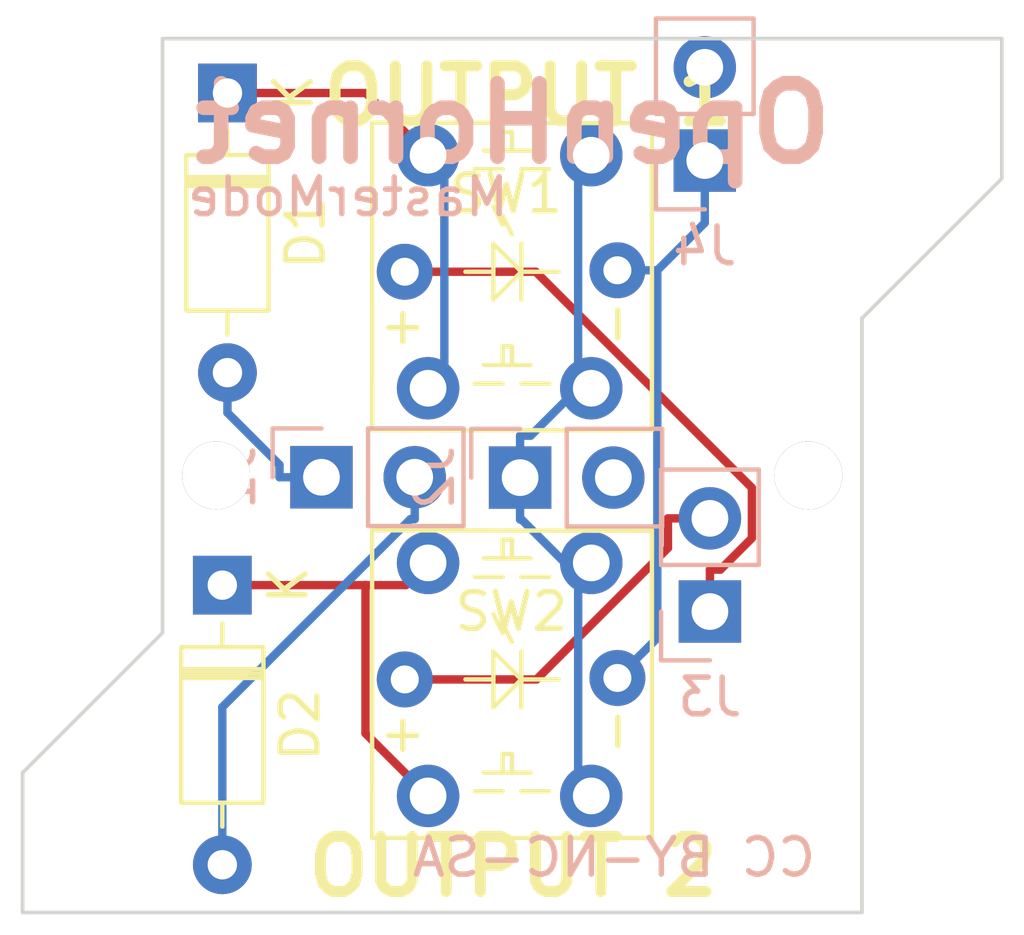
<source format=kicad_pcb>
(kicad_pcb (version 20171130) (host pcbnew "(5.1.5-0-10_14)")

  (general
    (thickness 1.6)
    (drawings 13)
    (tracks 46)
    (zones 0)
    (modules 12)
    (nets 11)
  )

  (page A4)
  (layers
    (0 F.Cu signal)
    (31 B.Cu signal)
    (32 B.Adhes user)
    (33 F.Adhes user)
    (34 B.Paste user)
    (35 F.Paste user)
    (36 B.SilkS user)
    (37 F.SilkS user)
    (38 B.Mask user hide)
    (39 F.Mask user hide)
    (40 Dwgs.User user)
    (41 Cmts.User user)
    (42 Eco1.User user)
    (43 Eco2.User user)
    (44 Edge.Cuts user)
    (45 Margin user)
    (46 B.CrtYd user hide)
    (47 F.CrtYd user hide)
    (48 B.Fab user hide)
    (49 F.Fab user hide)
  )

  (setup
    (last_trace_width 0.2286)
    (user_trace_width 0.6096)
    (trace_clearance 0.1778)
    (zone_clearance 0.508)
    (zone_45_only no)
    (trace_min 0.2)
    (via_size 0.6)
    (via_drill 0.4)
    (via_min_size 0.4)
    (via_min_drill 0.3)
    (uvia_size 0.3)
    (uvia_drill 0.1)
    (uvias_allowed no)
    (uvia_min_size 0.2)
    (uvia_min_drill 0.1)
    (edge_width 0.15)
    (segment_width 0.2)
    (pcb_text_width 0.3)
    (pcb_text_size 1.5 1.5)
    (mod_edge_width 0.15)
    (mod_text_size 1 1)
    (mod_text_width 0.15)
    (pad_size 0.6 0.6)
    (pad_drill 0.4)
    (pad_to_mask_clearance 0.2)
    (aux_axis_origin 144.74648 106.74748)
    (grid_origin 144.74648 106.74748)
    (visible_elements 7FFFFFFF)
    (pcbplotparams
      (layerselection 0x010f0_ffffffff)
      (usegerberextensions false)
      (usegerberattributes false)
      (usegerberadvancedattributes false)
      (creategerberjobfile false)
      (excludeedgelayer true)
      (linewidth 0.100000)
      (plotframeref false)
      (viasonmask false)
      (mode 1)
      (useauxorigin false)
      (hpglpennumber 1)
      (hpglpenspeed 20)
      (hpglpendiameter 15.000000)
      (psnegative false)
      (psa4output false)
      (plotreference true)
      (plotvalue true)
      (plotinvisibletext false)
      (padsonsilk false)
      (subtractmaskfromsilk false)
      (outputformat 1)
      (mirror false)
      (drillshape 0)
      (scaleselection 1)
      (outputdirectory "manufacturing/gerber/"))
  )

  (net 0 "")
  (net 1 "Net-(D1-Pad1)")
  (net 2 "Net-(D1-Pad2)")
  (net 3 "Net-(D2-Pad2)")
  (net 4 "Net-(D2-Pad1)")
  (net 5 "Net-(J2-Pad2)")
  (net 6 "Net-(J2-Pad1)")
  (net 7 "Net-(J3-Pad2)")
  (net 8 "Net-(J3-Pad1)")
  (net 9 "Net-(J4-Pad2)")
  (net 10 "Net-(J4-Pad1)")

  (net_class Default "This is the default net class."
    (clearance 0.1778)
    (trace_width 0.2286)
    (via_dia 0.6)
    (via_drill 0.4)
    (uvia_dia 0.3)
    (uvia_drill 0.1)
    (add_net "Net-(D1-Pad1)")
    (add_net "Net-(D1-Pad2)")
    (add_net "Net-(D2-Pad1)")
    (add_net "Net-(D2-Pad2)")
    (add_net "Net-(J2-Pad1)")
    (add_net "Net-(J2-Pad2)")
    (add_net "Net-(J3-Pad1)")
    (add_net "Net-(J3-Pad2)")
    (add_net "Net-(J4-Pad1)")
    (add_net "Net-(J4-Pad2)")
  )

  (net_class power ""
    (clearance 0.2032)
    (trace_width 0.381)
    (via_dia 0.6)
    (via_drill 0.4)
    (uvia_dia 0.3)
    (uvia_drill 0.1)
  )

  (module Connector_PinHeader_2.54mm:PinHeader_1x02_P2.54mm_Vertical (layer B.Cu) (tedit 59FED5CC) (tstamp 5EE57CE3)
    (at 140.466 86.2575)
    (descr "Through hole straight pin header, 1x02, 2.54mm pitch, single row")
    (tags "Through hole pin header THT 1x02 2.54mm single row")
    (path /5EE63788)
    (fp_text reference J4 (at 0 2.33) (layer B.SilkS)
      (effects (font (size 1 1) (thickness 0.15)) (justify mirror))
    )
    (fp_text value Conn_01x02_Female (at 0 -4.87) (layer B.Fab)
      (effects (font (size 1 1) (thickness 0.15)) (justify mirror))
    )
    (fp_text user %R (at 0 -1.27 -90) (layer B.Fab)
      (effects (font (size 1 1) (thickness 0.15)) (justify mirror))
    )
    (fp_line (start 1.8 1.8) (end -1.8 1.8) (layer B.CrtYd) (width 0.05))
    (fp_line (start 1.8 -4.35) (end 1.8 1.8) (layer B.CrtYd) (width 0.05))
    (fp_line (start -1.8 -4.35) (end 1.8 -4.35) (layer B.CrtYd) (width 0.05))
    (fp_line (start -1.8 1.8) (end -1.8 -4.35) (layer B.CrtYd) (width 0.05))
    (fp_line (start -1.33 1.33) (end 0 1.33) (layer B.SilkS) (width 0.12))
    (fp_line (start -1.33 0) (end -1.33 1.33) (layer B.SilkS) (width 0.12))
    (fp_line (start -1.33 -1.27) (end 1.33 -1.27) (layer B.SilkS) (width 0.12))
    (fp_line (start 1.33 -1.27) (end 1.33 -3.87) (layer B.SilkS) (width 0.12))
    (fp_line (start -1.33 -1.27) (end -1.33 -3.87) (layer B.SilkS) (width 0.12))
    (fp_line (start -1.33 -3.87) (end 1.33 -3.87) (layer B.SilkS) (width 0.12))
    (fp_line (start -1.27 0.635) (end -0.635 1.27) (layer B.Fab) (width 0.1))
    (fp_line (start -1.27 -3.81) (end -1.27 0.635) (layer B.Fab) (width 0.1))
    (fp_line (start 1.27 -3.81) (end -1.27 -3.81) (layer B.Fab) (width 0.1))
    (fp_line (start 1.27 1.27) (end 1.27 -3.81) (layer B.Fab) (width 0.1))
    (fp_line (start -0.635 1.27) (end 1.27 1.27) (layer B.Fab) (width 0.1))
    (pad 2 thru_hole oval (at 0 -2.54) (size 1.7 1.7) (drill 1) (layers *.Cu *.Mask)
      (net 9 "Net-(J4-Pad2)"))
    (pad 1 thru_hole rect (at 0 0) (size 1.7 1.7) (drill 1) (layers *.Cu *.Mask)
      (net 10 "Net-(J4-Pad1)"))
    (model ${KISYS3DMOD}/Connector_PinHeader_2.54mm.3dshapes/PinHeader_1x02_P2.54mm_Vertical.wrl
      (at (xyz 0 0 0))
      (scale (xyz 1 1 1))
      (rotate (xyz 0 0 0))
    )
  )

  (module Connector_PinHeader_2.54mm:PinHeader_1x02_P2.54mm_Vertical (layer B.Cu) (tedit 59FED5CC) (tstamp 5EE57CBF)
    (at 140.606 98.5475)
    (descr "Through hole straight pin header, 1x02, 2.54mm pitch, single row")
    (tags "Through hole pin header THT 1x02 2.54mm single row")
    (path /5EE6322E)
    (fp_text reference J3 (at 0 2.33) (layer B.SilkS)
      (effects (font (size 1 1) (thickness 0.15)) (justify mirror))
    )
    (fp_text value Conn_01x02_Female (at 0 -4.87) (layer B.Fab)
      (effects (font (size 1 1) (thickness 0.15)) (justify mirror))
    )
    (fp_text user %R (at 0 -1.27 -90) (layer B.Fab)
      (effects (font (size 1 1) (thickness 0.15)) (justify mirror))
    )
    (fp_line (start 1.8 1.8) (end -1.8 1.8) (layer B.CrtYd) (width 0.05))
    (fp_line (start 1.8 -4.35) (end 1.8 1.8) (layer B.CrtYd) (width 0.05))
    (fp_line (start -1.8 -4.35) (end 1.8 -4.35) (layer B.CrtYd) (width 0.05))
    (fp_line (start -1.8 1.8) (end -1.8 -4.35) (layer B.CrtYd) (width 0.05))
    (fp_line (start -1.33 1.33) (end 0 1.33) (layer B.SilkS) (width 0.12))
    (fp_line (start -1.33 0) (end -1.33 1.33) (layer B.SilkS) (width 0.12))
    (fp_line (start -1.33 -1.27) (end 1.33 -1.27) (layer B.SilkS) (width 0.12))
    (fp_line (start 1.33 -1.27) (end 1.33 -3.87) (layer B.SilkS) (width 0.12))
    (fp_line (start -1.33 -1.27) (end -1.33 -3.87) (layer B.SilkS) (width 0.12))
    (fp_line (start -1.33 -3.87) (end 1.33 -3.87) (layer B.SilkS) (width 0.12))
    (fp_line (start -1.27 0.635) (end -0.635 1.27) (layer B.Fab) (width 0.1))
    (fp_line (start -1.27 -3.81) (end -1.27 0.635) (layer B.Fab) (width 0.1))
    (fp_line (start 1.27 -3.81) (end -1.27 -3.81) (layer B.Fab) (width 0.1))
    (fp_line (start 1.27 1.27) (end 1.27 -3.81) (layer B.Fab) (width 0.1))
    (fp_line (start -0.635 1.27) (end 1.27 1.27) (layer B.Fab) (width 0.1))
    (pad 2 thru_hole oval (at 0 -2.54) (size 1.7 1.7) (drill 1) (layers *.Cu *.Mask)
      (net 7 "Net-(J3-Pad2)"))
    (pad 1 thru_hole rect (at 0 0) (size 1.7 1.7) (drill 1) (layers *.Cu *.Mask)
      (net 8 "Net-(J3-Pad1)"))
    (model ${KISYS3DMOD}/Connector_PinHeader_2.54mm.3dshapes/PinHeader_1x02_P2.54mm_Vertical.wrl
      (at (xyz 0 0 0))
      (scale (xyz 1 1 1))
      (rotate (xyz 0 0 0))
    )
  )

  (module Connector_PinHeader_2.54mm:PinHeader_1x02_P2.54mm_Vertical (layer B.Cu) (tedit 59FED5CC) (tstamp 5EE57C9B)
    (at 135.436 94.8975 270)
    (descr "Through hole straight pin header, 1x02, 2.54mm pitch, single row")
    (tags "Through hole pin header THT 1x02 2.54mm single row")
    (path /5EE6287D)
    (fp_text reference J2 (at 0 2.33 270) (layer B.SilkS)
      (effects (font (size 1 1) (thickness 0.15)) (justify mirror))
    )
    (fp_text value Conn_01x02_Female (at 0 -4.87 270) (layer B.Fab)
      (effects (font (size 1 1) (thickness 0.15)) (justify mirror))
    )
    (fp_text user %R (at 0 -1.27) (layer B.Fab)
      (effects (font (size 1 1) (thickness 0.15)) (justify mirror))
    )
    (fp_line (start 1.8 1.8) (end -1.8 1.8) (layer B.CrtYd) (width 0.05))
    (fp_line (start 1.8 -4.35) (end 1.8 1.8) (layer B.CrtYd) (width 0.05))
    (fp_line (start -1.8 -4.35) (end 1.8 -4.35) (layer B.CrtYd) (width 0.05))
    (fp_line (start -1.8 1.8) (end -1.8 -4.35) (layer B.CrtYd) (width 0.05))
    (fp_line (start -1.33 1.33) (end 0 1.33) (layer B.SilkS) (width 0.12))
    (fp_line (start -1.33 0) (end -1.33 1.33) (layer B.SilkS) (width 0.12))
    (fp_line (start -1.33 -1.27) (end 1.33 -1.27) (layer B.SilkS) (width 0.12))
    (fp_line (start 1.33 -1.27) (end 1.33 -3.87) (layer B.SilkS) (width 0.12))
    (fp_line (start -1.33 -1.27) (end -1.33 -3.87) (layer B.SilkS) (width 0.12))
    (fp_line (start -1.33 -3.87) (end 1.33 -3.87) (layer B.SilkS) (width 0.12))
    (fp_line (start -1.27 0.635) (end -0.635 1.27) (layer B.Fab) (width 0.1))
    (fp_line (start -1.27 -3.81) (end -1.27 0.635) (layer B.Fab) (width 0.1))
    (fp_line (start 1.27 -3.81) (end -1.27 -3.81) (layer B.Fab) (width 0.1))
    (fp_line (start 1.27 1.27) (end 1.27 -3.81) (layer B.Fab) (width 0.1))
    (fp_line (start -0.635 1.27) (end 1.27 1.27) (layer B.Fab) (width 0.1))
    (pad 2 thru_hole oval (at 0 -2.54 270) (size 1.7 1.7) (drill 1) (layers *.Cu *.Mask)
      (net 5 "Net-(J2-Pad2)"))
    (pad 1 thru_hole rect (at 0 0 270) (size 1.7 1.7) (drill 1) (layers *.Cu *.Mask)
      (net 6 "Net-(J2-Pad1)"))
    (model ${KISYS3DMOD}/Connector_PinHeader_2.54mm.3dshapes/PinHeader_1x02_P2.54mm_Vertical.wrl
      (at (xyz 0 0 0))
      (scale (xyz 1 1 1))
      (rotate (xyz 0 0 0))
    )
  )

  (module Connector_PinHeader_2.54mm:PinHeader_1x02_P2.54mm_Vertical (layer B.Cu) (tedit 59FED5CC) (tstamp 5EE57C77)
    (at 130.026 94.8875 270)
    (descr "Through hole straight pin header, 1x02, 2.54mm pitch, single row")
    (tags "Through hole pin header THT 1x02 2.54mm single row")
    (path /5EE61859)
    (fp_text reference J1 (at 0 2.33 270) (layer B.SilkS)
      (effects (font (size 1 1) (thickness 0.15)) (justify mirror))
    )
    (fp_text value Conn_01x02_Female (at 0 -4.87 270) (layer B.Fab)
      (effects (font (size 1 1) (thickness 0.15)) (justify mirror))
    )
    (fp_text user %R (at 0 -1.27) (layer B.Fab)
      (effects (font (size 1 1) (thickness 0.15)) (justify mirror))
    )
    (fp_line (start 1.8 1.8) (end -1.8 1.8) (layer B.CrtYd) (width 0.05))
    (fp_line (start 1.8 -4.35) (end 1.8 1.8) (layer B.CrtYd) (width 0.05))
    (fp_line (start -1.8 -4.35) (end 1.8 -4.35) (layer B.CrtYd) (width 0.05))
    (fp_line (start -1.8 1.8) (end -1.8 -4.35) (layer B.CrtYd) (width 0.05))
    (fp_line (start -1.33 1.33) (end 0 1.33) (layer B.SilkS) (width 0.12))
    (fp_line (start -1.33 0) (end -1.33 1.33) (layer B.SilkS) (width 0.12))
    (fp_line (start -1.33 -1.27) (end 1.33 -1.27) (layer B.SilkS) (width 0.12))
    (fp_line (start 1.33 -1.27) (end 1.33 -3.87) (layer B.SilkS) (width 0.12))
    (fp_line (start -1.33 -1.27) (end -1.33 -3.87) (layer B.SilkS) (width 0.12))
    (fp_line (start -1.33 -3.87) (end 1.33 -3.87) (layer B.SilkS) (width 0.12))
    (fp_line (start -1.27 0.635) (end -0.635 1.27) (layer B.Fab) (width 0.1))
    (fp_line (start -1.27 -3.81) (end -1.27 0.635) (layer B.Fab) (width 0.1))
    (fp_line (start 1.27 -3.81) (end -1.27 -3.81) (layer B.Fab) (width 0.1))
    (fp_line (start 1.27 1.27) (end 1.27 -3.81) (layer B.Fab) (width 0.1))
    (fp_line (start -0.635 1.27) (end 1.27 1.27) (layer B.Fab) (width 0.1))
    (pad 2 thru_hole oval (at 0 -2.54 270) (size 1.7 1.7) (drill 1) (layers *.Cu *.Mask)
      (net 3 "Net-(D2-Pad2)"))
    (pad 1 thru_hole rect (at 0 0 270) (size 1.7 1.7) (drill 1) (layers *.Cu *.Mask)
      (net 2 "Net-(D1-Pad2)"))
    (model ${KISYS3DMOD}/Connector_PinHeader_2.54mm.3dshapes/PinHeader_1x02_P2.54mm_Vertical.wrl
      (at (xyz 0 0 0))
      (scale (xyz 1 1 1))
      (rotate (xyz 0 0 0))
    )
  )

  (module PT_Library_v001:PT_Small_Tactile_Switch_With_LED (layer F.Cu) (tedit 5EE4152B) (tstamp 5A9A0E10)
    (at 135.216 100.397 90)
    (path /5A8A41DA)
    (fp_text reference SW2 (at 1.85 -0.02) (layer F.SilkS)
      (effects (font (size 1 1) (thickness 0.15)))
    )
    (fp_text value push (at 0 -0.5 90) (layer F.Fab)
      (effects (font (size 1 1) (thickness 0.15)))
    )
    (fp_line (start -4.318 -3.81) (end -3.048 -3.81) (layer F.SilkS) (width 0.12))
    (fp_line (start -4.32 3.81) (end -4.318 -3.81) (layer F.SilkS) (width 0.12))
    (fp_line (start 4.07 3.81) (end -4.312 3.81) (layer F.SilkS) (width 0.12))
    (fp_line (start 4.064 -3.81) (end 4.05 3.81) (layer F.SilkS) (width 0.12))
    (fp_line (start -4.064 -3.81) (end 4.064 -3.81) (layer F.SilkS) (width 0.12))
    (fp_text user - (at -1.42 2.81 90) (layer F.SilkS)
      (effects (font (size 1 1) (thickness 0.15)))
    )
    (fp_line (start 3.81 0) (end 3.302 0) (layer F.SilkS) (width 0.12))
    (fp_line (start 2.794 -1.016) (end 2.794 -0.254) (layer F.SilkS) (width 0.12))
    (fp_line (start 3.81 -0.254) (end 3.81 0) (layer F.SilkS) (width 0.12))
    (fp_line (start 3.302 -0.762) (end 3.302 0.508) (layer F.SilkS) (width 0.12))
    (fp_line (start 2.794 0.254) (end 2.794 1.016) (layer F.SilkS) (width 0.12))
    (fp_line (start 3.302 -0.254) (end 3.81 -0.254) (layer F.SilkS) (width 0.12))
    (fp_line (start -2.032 0) (end -2.54 0) (layer F.SilkS) (width 0.12))
    (fp_line (start -2.032 -0.254) (end -2.032 0) (layer F.SilkS) (width 0.12))
    (fp_line (start -2.54 -0.254) (end -2.032 -0.254) (layer F.SilkS) (width 0.12))
    (fp_line (start -2.54 -0.762) (end -2.54 0.508) (layer F.SilkS) (width 0.12))
    (fp_line (start -3.048 0.254) (end -3.048 1.016) (layer F.SilkS) (width 0.12))
    (fp_line (start -3.048 -1.016) (end -3.048 -0.254) (layer F.SilkS) (width 0.12))
    (fp_line (start 1.524 -0.254) (end 1.016 0) (layer F.SilkS) (width 0.12))
    (fp_line (start 1.27 -0.254) (end 1.524 -0.254) (layer F.SilkS) (width 0.12))
    (fp_line (start 1.778 -0.508) (end 1.27 -0.254) (layer F.SilkS) (width 0.12))
    (fp_line (start 0 0.254) (end 0 1.27) (layer F.SilkS) (width 0.12))
    (fp_line (start -0.762 0.254) (end 0 0.254) (layer F.SilkS) (width 0.12))
    (fp_line (start 0.762 0.254) (end -0.762 0.254) (layer F.SilkS) (width 0.12))
    (fp_line (start -0.762 -0.508) (end 0 -0.508) (layer F.SilkS) (width 0.12))
    (fp_line (start 0 0.254) (end -0.762 -0.508) (layer F.SilkS) (width 0.12))
    (fp_line (start 0.762 -0.508) (end 0 0.254) (layer F.SilkS) (width 0.12))
    (fp_line (start 0 -0.508) (end 0.762 -0.508) (layer F.SilkS) (width 0.12))
    (fp_line (start 0 -1.27) (end 0 -0.508) (layer F.SilkS) (width 0.12))
    (fp_text user + (at -1.524 -3.048 90) (layer F.SilkS)
      (effects (font (size 1 1) (thickness 0.15)))
    )
    (pad 6 thru_hole circle (at 0.04 2.87 90) (size 1.524 1.524) (drill 0.762) (layers *.Cu *.Mask)
      (net 10 "Net-(J4-Pad1)"))
    (pad 5 thru_hole circle (at 0 -2.921 90) (size 1.524 1.524) (drill 0.762) (layers *.Cu *.Mask)
      (net 7 "Net-(J3-Pad2)"))
    (pad 4 thru_hole circle (at 3.175 2.159 90) (size 1.7 1.7) (drill 1) (layers *.Cu *.Mask)
      (net 6 "Net-(J2-Pad1)"))
    (pad 3 thru_hole circle (at -3.175 2.159 90) (size 1.7 1.7) (drill 1) (layers *.Cu *.Mask)
      (net 6 "Net-(J2-Pad1)"))
    (pad 2 thru_hole circle (at 3.175 -2.286 90) (size 1.7 1.7) (drill 1) (layers *.Cu *.Mask)
      (net 4 "Net-(D2-Pad1)"))
    (pad 1 thru_hole circle (at -3.175 -2.286 90) (size 1.7 1.7) (drill 1) (layers *.Cu *.Mask)
      (net 4 "Net-(D2-Pad1)"))
  )

  (module PT_Library_v001:PT_Small_Tactile_Switch_With_LED (layer F.Cu) (tedit 5EE4152B) (tstamp 5A7BFA59)
    (at 135.216 89.2875 90)
    (path /5A7BCF73)
    (fp_text reference SW1 (at 2.12 -0.16) (layer F.SilkS)
      (effects (font (size 1 1) (thickness 0.15)))
    )
    (fp_text value push (at 0 -0.5 90) (layer F.Fab)
      (effects (font (size 1 1) (thickness 0.15)))
    )
    (fp_line (start -4.318 -3.81) (end -3.048 -3.81) (layer F.SilkS) (width 0.12))
    (fp_line (start -4.32 3.81) (end -4.318 -3.81) (layer F.SilkS) (width 0.12))
    (fp_line (start 4.07 3.81) (end -4.312 3.81) (layer F.SilkS) (width 0.12))
    (fp_line (start 4.064 -3.81) (end 4.05 3.81) (layer F.SilkS) (width 0.12))
    (fp_line (start -4.064 -3.81) (end 4.064 -3.81) (layer F.SilkS) (width 0.12))
    (fp_text user - (at -1.42 2.81 90) (layer F.SilkS)
      (effects (font (size 1 1) (thickness 0.15)))
    )
    (fp_line (start 3.81 0) (end 3.302 0) (layer F.SilkS) (width 0.12))
    (fp_line (start 2.794 -1.016) (end 2.794 -0.254) (layer F.SilkS) (width 0.12))
    (fp_line (start 3.81 -0.254) (end 3.81 0) (layer F.SilkS) (width 0.12))
    (fp_line (start 3.302 -0.762) (end 3.302 0.508) (layer F.SilkS) (width 0.12))
    (fp_line (start 2.794 0.254) (end 2.794 1.016) (layer F.SilkS) (width 0.12))
    (fp_line (start 3.302 -0.254) (end 3.81 -0.254) (layer F.SilkS) (width 0.12))
    (fp_line (start -2.032 0) (end -2.54 0) (layer F.SilkS) (width 0.12))
    (fp_line (start -2.032 -0.254) (end -2.032 0) (layer F.SilkS) (width 0.12))
    (fp_line (start -2.54 -0.254) (end -2.032 -0.254) (layer F.SilkS) (width 0.12))
    (fp_line (start -2.54 -0.762) (end -2.54 0.508) (layer F.SilkS) (width 0.12))
    (fp_line (start -3.048 0.254) (end -3.048 1.016) (layer F.SilkS) (width 0.12))
    (fp_line (start -3.048 -1.016) (end -3.048 -0.254) (layer F.SilkS) (width 0.12))
    (fp_line (start 1.524 -0.254) (end 1.016 0) (layer F.SilkS) (width 0.12))
    (fp_line (start 1.27 -0.254) (end 1.524 -0.254) (layer F.SilkS) (width 0.12))
    (fp_line (start 1.778 -0.508) (end 1.27 -0.254) (layer F.SilkS) (width 0.12))
    (fp_line (start 0 0.254) (end 0 1.27) (layer F.SilkS) (width 0.12))
    (fp_line (start -0.762 0.254) (end 0 0.254) (layer F.SilkS) (width 0.12))
    (fp_line (start 0.762 0.254) (end -0.762 0.254) (layer F.SilkS) (width 0.12))
    (fp_line (start -0.762 -0.508) (end 0 -0.508) (layer F.SilkS) (width 0.12))
    (fp_line (start 0 0.254) (end -0.762 -0.508) (layer F.SilkS) (width 0.12))
    (fp_line (start 0.762 -0.508) (end 0 0.254) (layer F.SilkS) (width 0.12))
    (fp_line (start 0 -0.508) (end 0.762 -0.508) (layer F.SilkS) (width 0.12))
    (fp_line (start 0 -1.27) (end 0 -0.508) (layer F.SilkS) (width 0.12))
    (fp_text user + (at -1.524 -3.048 90) (layer F.SilkS)
      (effects (font (size 1 1) (thickness 0.15)))
    )
    (pad 6 thru_hole circle (at 0.04 2.87 90) (size 1.524 1.524) (drill 0.762) (layers *.Cu *.Mask)
      (net 10 "Net-(J4-Pad1)"))
    (pad 5 thru_hole circle (at 0 -2.921 90) (size 1.524 1.524) (drill 0.762) (layers *.Cu *.Mask)
      (net 8 "Net-(J3-Pad1)"))
    (pad 4 thru_hole circle (at 3.175 2.159 90) (size 1.7 1.7) (drill 1) (layers *.Cu *.Mask)
      (net 6 "Net-(J2-Pad1)"))
    (pad 3 thru_hole circle (at -3.175 2.159 90) (size 1.7 1.7) (drill 1) (layers *.Cu *.Mask)
      (net 6 "Net-(J2-Pad1)"))
    (pad 2 thru_hole circle (at 3.175 -2.286 90) (size 1.7 1.7) (drill 1) (layers *.Cu *.Mask)
      (net 1 "Net-(D1-Pad1)"))
    (pad 1 thru_hole circle (at -3.175 -2.286 90) (size 1.7 1.7) (drill 1) (layers *.Cu *.Mask)
      (net 1 "Net-(D1-Pad1)"))
  )

  (module Diode_THT:D_DO-35_SOD27_P7.62mm_Horizontal (layer F.Cu) (tedit 5AE50CD5) (tstamp 5EE57C53)
    (at 127.326 97.8275 270)
    (descr "Diode, DO-35_SOD27 series, Axial, Horizontal, pin pitch=7.62mm, , length*diameter=4*2mm^2, , http://www.diodes.com/_files/packages/DO-35.pdf")
    (tags "Diode DO-35_SOD27 series Axial Horizontal pin pitch 7.62mm  length 4mm diameter 2mm")
    (path /5EE5E65E)
    (fp_text reference D2 (at 3.81 -2.12 90) (layer F.SilkS)
      (effects (font (size 1 1) (thickness 0.15)))
    )
    (fp_text value 1N4148 (at 3.81 2.12 90) (layer F.Fab)
      (effects (font (size 1 1) (thickness 0.15)))
    )
    (fp_text user K (at 0 -1.8 90) (layer F.SilkS)
      (effects (font (size 1 1) (thickness 0.15)))
    )
    (fp_text user K (at 0 -1.8 90) (layer F.Fab)
      (effects (font (size 1 1) (thickness 0.15)))
    )
    (fp_text user %R (at 4.11 0 90) (layer F.Fab)
      (effects (font (size 0.8 0.8) (thickness 0.12)))
    )
    (fp_line (start 8.67 -1.25) (end -1.05 -1.25) (layer F.CrtYd) (width 0.05))
    (fp_line (start 8.67 1.25) (end 8.67 -1.25) (layer F.CrtYd) (width 0.05))
    (fp_line (start -1.05 1.25) (end 8.67 1.25) (layer F.CrtYd) (width 0.05))
    (fp_line (start -1.05 -1.25) (end -1.05 1.25) (layer F.CrtYd) (width 0.05))
    (fp_line (start 2.29 -1.12) (end 2.29 1.12) (layer F.SilkS) (width 0.12))
    (fp_line (start 2.53 -1.12) (end 2.53 1.12) (layer F.SilkS) (width 0.12))
    (fp_line (start 2.41 -1.12) (end 2.41 1.12) (layer F.SilkS) (width 0.12))
    (fp_line (start 6.58 0) (end 5.93 0) (layer F.SilkS) (width 0.12))
    (fp_line (start 1.04 0) (end 1.69 0) (layer F.SilkS) (width 0.12))
    (fp_line (start 5.93 -1.12) (end 1.69 -1.12) (layer F.SilkS) (width 0.12))
    (fp_line (start 5.93 1.12) (end 5.93 -1.12) (layer F.SilkS) (width 0.12))
    (fp_line (start 1.69 1.12) (end 5.93 1.12) (layer F.SilkS) (width 0.12))
    (fp_line (start 1.69 -1.12) (end 1.69 1.12) (layer F.SilkS) (width 0.12))
    (fp_line (start 2.31 -1) (end 2.31 1) (layer F.Fab) (width 0.1))
    (fp_line (start 2.51 -1) (end 2.51 1) (layer F.Fab) (width 0.1))
    (fp_line (start 2.41 -1) (end 2.41 1) (layer F.Fab) (width 0.1))
    (fp_line (start 7.62 0) (end 5.81 0) (layer F.Fab) (width 0.1))
    (fp_line (start 0 0) (end 1.81 0) (layer F.Fab) (width 0.1))
    (fp_line (start 5.81 -1) (end 1.81 -1) (layer F.Fab) (width 0.1))
    (fp_line (start 5.81 1) (end 5.81 -1) (layer F.Fab) (width 0.1))
    (fp_line (start 1.81 1) (end 5.81 1) (layer F.Fab) (width 0.1))
    (fp_line (start 1.81 -1) (end 1.81 1) (layer F.Fab) (width 0.1))
    (pad 2 thru_hole oval (at 7.62 0 270) (size 1.6 1.6) (drill 0.8) (layers *.Cu *.Mask)
      (net 3 "Net-(D2-Pad2)"))
    (pad 1 thru_hole rect (at 0 0 270) (size 1.6 1.6) (drill 0.8) (layers *.Cu *.Mask)
      (net 4 "Net-(D2-Pad1)"))
    (model ${KISYS3DMOD}/Diode_THT.3dshapes/D_DO-35_SOD27_P7.62mm_Horizontal.wrl
      (at (xyz 0 0 0))
      (scale (xyz 1 1 1))
      (rotate (xyz 0 0 0))
    )
  )

  (module Diode_THT:D_DO-35_SOD27_P7.62mm_Horizontal (layer F.Cu) (tedit 5AE50CD5) (tstamp 5EE57C34)
    (at 127.466 84.4175 270)
    (descr "Diode, DO-35_SOD27 series, Axial, Horizontal, pin pitch=7.62mm, , length*diameter=4*2mm^2, , http://www.diodes.com/_files/packages/DO-35.pdf")
    (tags "Diode DO-35_SOD27 series Axial Horizontal pin pitch 7.62mm  length 4mm diameter 2mm")
    (path /5EE5D209)
    (fp_text reference D1 (at 3.81 -2.12 90) (layer F.SilkS)
      (effects (font (size 1 1) (thickness 0.15)))
    )
    (fp_text value 1N4148 (at 3.81 2.12 90) (layer F.Fab)
      (effects (font (size 1 1) (thickness 0.15)))
    )
    (fp_text user K (at 0 -1.8 90) (layer F.SilkS)
      (effects (font (size 1 1) (thickness 0.15)))
    )
    (fp_text user K (at 0 -1.8 90) (layer F.Fab)
      (effects (font (size 1 1) (thickness 0.15)))
    )
    (fp_text user %R (at 4.11 0 90) (layer F.Fab)
      (effects (font (size 0.8 0.8) (thickness 0.12)))
    )
    (fp_line (start 8.67 -1.25) (end -1.05 -1.25) (layer F.CrtYd) (width 0.05))
    (fp_line (start 8.67 1.25) (end 8.67 -1.25) (layer F.CrtYd) (width 0.05))
    (fp_line (start -1.05 1.25) (end 8.67 1.25) (layer F.CrtYd) (width 0.05))
    (fp_line (start -1.05 -1.25) (end -1.05 1.25) (layer F.CrtYd) (width 0.05))
    (fp_line (start 2.29 -1.12) (end 2.29 1.12) (layer F.SilkS) (width 0.12))
    (fp_line (start 2.53 -1.12) (end 2.53 1.12) (layer F.SilkS) (width 0.12))
    (fp_line (start 2.41 -1.12) (end 2.41 1.12) (layer F.SilkS) (width 0.12))
    (fp_line (start 6.58 0) (end 5.93 0) (layer F.SilkS) (width 0.12))
    (fp_line (start 1.04 0) (end 1.69 0) (layer F.SilkS) (width 0.12))
    (fp_line (start 5.93 -1.12) (end 1.69 -1.12) (layer F.SilkS) (width 0.12))
    (fp_line (start 5.93 1.12) (end 5.93 -1.12) (layer F.SilkS) (width 0.12))
    (fp_line (start 1.69 1.12) (end 5.93 1.12) (layer F.SilkS) (width 0.12))
    (fp_line (start 1.69 -1.12) (end 1.69 1.12) (layer F.SilkS) (width 0.12))
    (fp_line (start 2.31 -1) (end 2.31 1) (layer F.Fab) (width 0.1))
    (fp_line (start 2.51 -1) (end 2.51 1) (layer F.Fab) (width 0.1))
    (fp_line (start 2.41 -1) (end 2.41 1) (layer F.Fab) (width 0.1))
    (fp_line (start 7.62 0) (end 5.81 0) (layer F.Fab) (width 0.1))
    (fp_line (start 0 0) (end 1.81 0) (layer F.Fab) (width 0.1))
    (fp_line (start 5.81 -1) (end 1.81 -1) (layer F.Fab) (width 0.1))
    (fp_line (start 5.81 1) (end 5.81 -1) (layer F.Fab) (width 0.1))
    (fp_line (start 1.81 1) (end 5.81 1) (layer F.Fab) (width 0.1))
    (fp_line (start 1.81 -1) (end 1.81 1) (layer F.Fab) (width 0.1))
    (pad 2 thru_hole oval (at 7.62 0 270) (size 1.6 1.6) (drill 0.8) (layers *.Cu *.Mask)
      (net 2 "Net-(D1-Pad2)"))
    (pad 1 thru_hole rect (at 0 0 270) (size 1.6 1.6) (drill 0.8) (layers *.Cu *.Mask)
      (net 1 "Net-(D1-Pad1)"))
    (model ${KISYS3DMOD}/Diode_THT.3dshapes/D_DO-35_SOD27_P7.62mm_Horizontal.wrl
      (at (xyz 0 0 0))
      (scale (xyz 1 1 1))
      (rotate (xyz 0 0 0))
    )
  )

  (module Mouting_Hole_1.85mm locked (layer F.Cu) (tedit 5A7BD47A) (tstamp 5A7BD50C)
    (at 127.156 94.8375 180)
    (fp_text reference H4 (at 0.54 1.88 180) (layer F.SilkS) hide
      (effects (font (size 1 1) (thickness 0.15)))
    )
    (fp_text value Mouting_Hole_1.85mm (at 0.32 1.73 180) (layer F.Fab) hide
      (effects (font (size 1 1) (thickness 0.15)))
    )
    (pad 1 thru_hole circle (at 0 0 180) (size 1.85 1.85) (drill 1.85) (layers *.Cu)
      (clearance 0.5) (zone_connect 0))
  )

  (module Mouting_Hole_1.85mm locked (layer F.Cu) (tedit 5A7BD47A) (tstamp 5A7BD4C0)
    (at 143.286 94.8375 180)
    (fp_text reference H3 (at 0.54 1.88 180) (layer F.SilkS) hide
      (effects (font (size 1 1) (thickness 0.15)))
    )
    (fp_text value Mouting_Hole_1.85mm (at 0.32 1.73 180) (layer F.Fab) hide
      (effects (font (size 1 1) (thickness 0.15)))
    )
    (pad 1 thru_hole circle (at 0 0 180) (size 1.85 1.85) (drill 1.85) (layers *.Cu)
      (clearance 0.5) (zone_connect 0))
  )

  (module Mounting_Holes:MountingHole_2.7mm_M2.5_ISO14580 locked (layer F.Cu) (tedit 56D1B4CB) (tstamp 5A7BD683)
    (at 146.646 84.8375 180)
    (descr "Mounting Hole 2.7mm, no annular, M2.5, ISO14580")
    (tags "mounting hole 2.7mm no annular m2.5 iso14580")
    (attr virtual)
    (fp_text reference H1 (at 0 -3.25 180) (layer F.SilkS) hide
      (effects (font (size 1 1) (thickness 0.15)))
    )
    (fp_text value Mouting_Hole_2.71mm (at 0 3.25 180) (layer F.Fab)
      (effects (font (size 1 1) (thickness 0.15)))
    )
    (fp_text user %R (at 0.3 0 180) (layer F.Fab)
      (effects (font (size 1 1) (thickness 0.15)))
    )
    (fp_circle (center 0 0) (end 2.25 0) (layer Cmts.User) (width 0.15))
    (fp_circle (center 0 0) (end 2.5 0) (layer F.CrtYd) (width 0.05))
    (pad 1 np_thru_hole circle (at 0 0 180) (size 2.7 2.7) (drill 2.7) (layers *.Cu *.Mask))
  )

  (module Mounting_Holes:MountingHole_2.7mm_M2.5_ISO14580 locked (layer F.Cu) (tedit 56D1B4CB) (tstamp 5A7BD75D)
    (at 123.796 104.847 180)
    (descr "Mounting Hole 2.7mm, no annular, M2.5, ISO14580")
    (tags "mounting hole 2.7mm no annular m2.5 iso14580")
    (attr virtual)
    (fp_text reference H2 (at 0 -3.25 180) (layer F.SilkS) hide
      (effects (font (size 1 1) (thickness 0.15)))
    )
    (fp_text value Mouting_Hole_2.71mm (at 0 3.25 180) (layer F.Fab)
      (effects (font (size 1 1) (thickness 0.15)))
    )
    (fp_text user %R (at 0.3 0 180) (layer F.Fab)
      (effects (font (size 1 1) (thickness 0.15)))
    )
    (fp_circle (center 0 0) (end 2.25 0) (layer Cmts.User) (width 0.15))
    (fp_circle (center 0 0) (end 2.5 0) (layer F.CrtYd) (width 0.05))
    (pad 1 np_thru_hole circle (at 0 0 180) (size 2.7 2.7) (drill 2.7) (layers *.Cu *.Mask))
  )

  (gr_text "CC BY-NC-SA" (at 137.99648 105.24748) (layer B.SilkS) (tstamp 5DBC37D0)
    (effects (font (size 1 1) (thickness 0.15)) (justify mirror))
  )
  (gr_text MasterMode (at 130.74648 87.24748) (layer B.SilkS)
    (effects (font (size 1 1) (thickness 0.15)) (justify mirror))
  )
  (gr_text OpenHornet (at 135.24648 85.24748) (layer B.SilkS)
    (effects (font (size 2 2) (thickness 0.4)) (justify mirror))
  )
  (gr_line (start 144.74648 90.55498) (end 148.55648 86.74498) (layer Edge.Cuts) (width 0.1))
  (gr_line (start 144.74648 106.74748) (end 121.88648 106.74748) (layer Edge.Cuts) (width 0.1))
  (gr_line (start 121.88648 106.74748) (end 121.88648 102.93748) (layer Edge.Cuts) (width 0.1))
  (gr_line (start 144.74648 90.55498) (end 144.74648 106.74748) (layer Edge.Cuts) (width 0.1))
  (gr_line (start 125.69648 99.12748) (end 125.69648 82.93498) (layer Edge.Cuts) (width 0.1))
  (gr_line (start 125.69648 82.93498) (end 148.55648 82.93498) (layer Edge.Cuts) (width 0.1))
  (gr_line (start 125.69648 99.12748) (end 121.88648 102.93748) (layer Edge.Cuts) (width 0.1))
  (gr_line (start 148.55648 82.93498) (end 148.55648 86.74498) (layer Edge.Cuts) (width 0.1))
  (gr_text "OUTPUT 2" (at 135.24648 105.49748) (layer F.SilkS)
    (effects (font (size 1.5 1.5) (thickness 0.3)))
  )
  (gr_text "OUTPUT 1" (at 135.64648 84.49748) (layer F.SilkS)
    (effects (font (size 1.5 1.5) (thickness 0.3)))
  )

  (segment (start 132.93 92.4625) (end 133.373 92.0195) (width 0.2286) (layer B.Cu) (net 1))
  (segment (start 133.373 92.0195) (end 133.373 86.5555) (width 0.2286) (layer B.Cu) (net 1))
  (segment (start 133.373 86.5555) (end 132.93 86.1125) (width 0.2286) (layer B.Cu) (net 1))
  (segment (start 127.466 84.4175) (end 131.235 84.4175) (width 0.2286) (layer F.Cu) (net 1))
  (segment (start 131.235 84.4175) (end 132.93 86.1125) (width 0.2286) (layer F.Cu) (net 1))
  (segment (start 130.026 94.8875) (end 128.8836 94.8875) (width 0.2286) (layer B.Cu) (net 2))
  (segment (start 127.466 92.0375) (end 127.466 93.1299) (width 0.2286) (layer B.Cu) (net 2))
  (segment (start 127.466 93.1299) (end 128.8836 94.5475) (width 0.2286) (layer B.Cu) (net 2))
  (segment (start 128.8836 94.5475) (end 128.8836 94.8875) (width 0.2286) (layer B.Cu) (net 2))
  (segment (start 132.566 94.8875) (end 132.566 96.0299) (width 0.2286) (layer B.Cu) (net 3))
  (segment (start 127.326 105.4475) (end 127.326 101.1516) (width 0.2286) (layer B.Cu) (net 3))
  (segment (start 127.326 101.1516) (end 132.4477 96.0299) (width 0.2286) (layer B.Cu) (net 3))
  (segment (start 132.4477 96.0299) (end 132.566 96.0299) (width 0.2286) (layer B.Cu) (net 3))
  (segment (start 131.2244 97.8275) (end 132.3245 97.8275) (width 0.2286) (layer F.Cu) (net 4))
  (segment (start 132.3245 97.8275) (end 132.93 97.222) (width 0.2286) (layer F.Cu) (net 4))
  (segment (start 127.326 97.8275) (end 131.2244 97.8275) (width 0.2286) (layer F.Cu) (net 4))
  (segment (start 131.2244 97.8275) (end 131.2244 101.8664) (width 0.2286) (layer F.Cu) (net 4))
  (segment (start 131.2244 101.8664) (end 132.93 103.572) (width 0.2286) (layer F.Cu) (net 4))
  (segment (start 137.0168 92.4625) (end 135.7242 93.7551) (width 0.2286) (layer B.Cu) (net 6))
  (segment (start 135.7242 93.7551) (end 135.436 93.7551) (width 0.2286) (layer B.Cu) (net 6))
  (segment (start 137.375 92.4625) (end 137.0168 92.4625) (width 0.2286) (layer B.Cu) (net 6))
  (segment (start 137.0168 92.4625) (end 137.0168 86.4707) (width 0.2286) (layer B.Cu) (net 6))
  (segment (start 137.0168 86.4707) (end 137.375 86.1125) (width 0.2286) (layer B.Cu) (net 6))
  (segment (start 135.436 94.8975) (end 135.436 96.0399) (width 0.2286) (layer B.Cu) (net 6))
  (segment (start 137.018 97.579) (end 137.375 97.222) (width 0.2286) (layer B.Cu) (net 6))
  (segment (start 137.375 103.572) (end 137.018 103.215) (width 0.2286) (layer B.Cu) (net 6))
  (segment (start 137.018 103.215) (end 137.018 97.579) (width 0.2286) (layer B.Cu) (net 6))
  (segment (start 137.018 97.579) (end 135.4789 96.0399) (width 0.2286) (layer B.Cu) (net 6))
  (segment (start 135.4789 96.0399) (end 135.436 96.0399) (width 0.2286) (layer B.Cu) (net 6))
  (segment (start 135.436 94.8975) (end 135.436 93.7551) (width 0.2286) (layer B.Cu) (net 6))
  (segment (start 140.606 96.0075) (end 139.4636 96.0075) (width 0.2286) (layer F.Cu) (net 7))
  (segment (start 132.295 100.397) (end 135.882 100.397) (width 0.2286) (layer F.Cu) (net 7))
  (segment (start 135.882 100.397) (end 139.4636 96.8154) (width 0.2286) (layer F.Cu) (net 7))
  (segment (start 139.4636 96.8154) (end 139.4636 96.0075) (width 0.2286) (layer F.Cu) (net 7))
  (segment (start 140.606 98.5475) (end 140.606 97.4051) (width 0.2286) (layer F.Cu) (net 8))
  (segment (start 132.295 89.2875) (end 135.8623 89.2875) (width 0.2286) (layer F.Cu) (net 8))
  (segment (start 135.8623 89.2875) (end 141.7484 95.1736) (width 0.2286) (layer F.Cu) (net 8))
  (segment (start 141.7484 95.1736) (end 141.7484 96.5484) (width 0.2286) (layer F.Cu) (net 8))
  (segment (start 141.7484 96.5484) (end 140.8917 97.4051) (width 0.2286) (layer F.Cu) (net 8))
  (segment (start 140.8917 97.4051) (end 140.606 97.4051) (width 0.2286) (layer F.Cu) (net 8))
  (segment (start 139.1734 89.2475) (end 140.466 87.9549) (width 0.2286) (layer B.Cu) (net 10))
  (segment (start 140.466 87.9549) (end 140.466 87.3999) (width 0.2286) (layer B.Cu) (net 10))
  (segment (start 138.086 89.2475) (end 139.1734 89.2475) (width 0.2286) (layer B.Cu) (net 10))
  (segment (start 139.1734 89.2475) (end 139.1734 99.2696) (width 0.2286) (layer B.Cu) (net 10))
  (segment (start 139.1734 99.2696) (end 138.086 100.357) (width 0.2286) (layer B.Cu) (net 10))
  (segment (start 140.466 86.2575) (end 140.466 87.3999) (width 0.2286) (layer B.Cu) (net 10))

)

</source>
